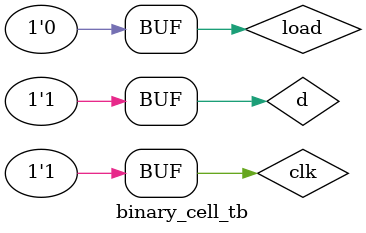
<source format=v>
module binary_cell(out,load,d,clk);
input d,load,clk;
output out;
wire p;

mux_2_1 n1(p,load,out,d);
dff n2(out, ,p,clk);

endmodule
//test

module binary_cell_tb;
reg d,clk,load;
wire out;
binary_cell n1(out,load,d,clk);
initial
begin
	d=1;
	clk=0; #2; clk=1;#2;clk=0;#2;
	load=1;
	clk=0;#2;clk=1;#2;clk=0;#2;
	d=0; load=0;
	clk=0;#2;clk=1;#2;clk=0;#2;
	d=1; load=0;
	clk=1;#2;clk=0;#2;clk=1;#2;
end
endmodule
	
</source>
